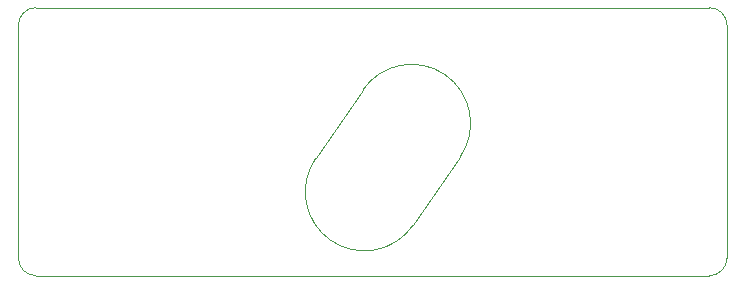
<source format=gbr>
%TF.GenerationSoftware,KiCad,Pcbnew,7.0.8*%
%TF.CreationDate,2023-10-31T13:23:01-04:00*%
%TF.ProjectId,panel1,70616e65-6c31-42e6-9b69-6361645f7063,rev?*%
%TF.SameCoordinates,Original*%
%TF.FileFunction,Profile,NP*%
%FSLAX46Y46*%
G04 Gerber Fmt 4.6, Leading zero omitted, Abs format (unit mm)*
G04 Created by KiCad (PCBNEW 7.0.8) date 2023-10-31 13:23:01*
%MOMM*%
%LPD*%
G01*
G04 APERTURE LIST*
%TA.AperFunction,Profile*%
%ADD10C,0.100000*%
%TD*%
G04 APERTURE END LIST*
D10*
X177260660Y-65489340D02*
X120260660Y-65489340D01*
X177260660Y-88189260D02*
G75*
G03*
X178760660Y-86689340I40J1499960D01*
G01*
X118760660Y-66989340D02*
X118760660Y-86689340D01*
X120260660Y-88189340D02*
X177260660Y-88189340D01*
X120260660Y-65489260D02*
G75*
G03*
X118760660Y-66989340I40J-1500040D01*
G01*
X143938887Y-78250618D02*
G75*
G03*
X152171097Y-83928004I4116113J-2838682D01*
G01*
X147938970Y-72450675D02*
X143938970Y-78250675D01*
X156171014Y-78127947D02*
G75*
G03*
X147938970Y-72450675I-4116014J2838647D01*
G01*
X118760660Y-86689340D02*
G75*
G03*
X120260660Y-88189340I1500040J40D01*
G01*
X152171098Y-83928005D02*
X156171098Y-78128005D01*
X178760660Y-86689340D02*
X178760660Y-66989340D01*
X178760660Y-66989340D02*
G75*
G03*
X177260660Y-65489340I-1499960J40D01*
G01*
M02*

</source>
